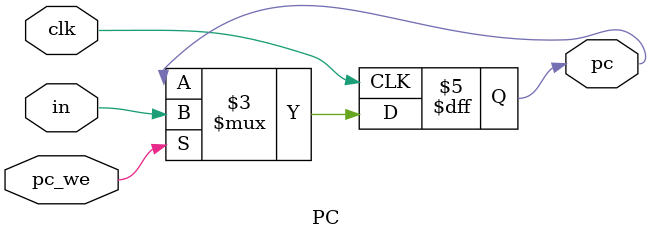
<source format=v>
module PC
(
output reg	pc,
input		in,
input		pc_we,
input		clk
);
    initial begin
      pc <= 0;
    end
    always @(posedge clk) begin
        if (pc_we) begin
            pc <= in;
        end
    end
endmodule


</source>
